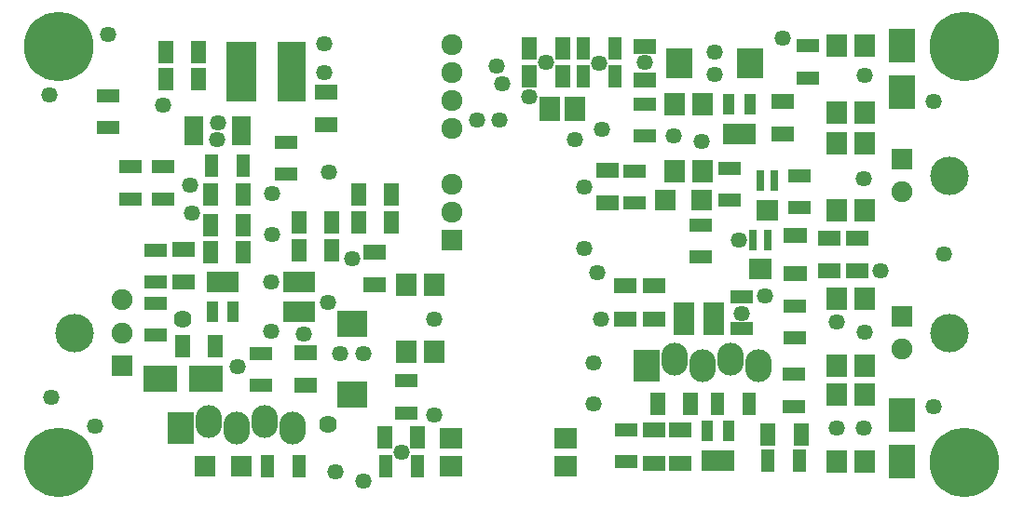
<source format=gts>
G04 #@! TF.GenerationSoftware,KiCad,Pcbnew,(5.0.0)*
G04 #@! TF.CreationDate,2020-04-20T12:53:27-07:00*
G04 #@! TF.ProjectId,PowerShuffler2,506F77657253687566666C6572322E6B,rev?*
G04 #@! TF.SameCoordinates,Original*
G04 #@! TF.FileFunction,Soldermask,Top*
G04 #@! TF.FilePolarity,Negative*
%FSLAX46Y46*%
G04 Gerber Fmt 4.6, Leading zero omitted, Abs format (unit mm)*
G04 Created by KiCad (PCBNEW (5.0.0)) date 04/20/20 12:53:27*
%MOMM*%
%LPD*%
G01*
G04 APERTURE LIST*
%ADD10R,1.400000X2.000000*%
%ADD11R,0.700000X1.400000*%
%ADD12R,2.430000X3.050000*%
%ADD13R,1.300000X2.100000*%
%ADD14R,2.457400X2.787600*%
%ADD15R,1.924000X1.924000*%
%ADD16C,1.924000*%
%ADD17C,3.500000*%
%ADD18C,1.900000*%
%ADD19R,1.900000X1.900000*%
%ADD20R,1.900000X2.000000*%
%ADD21R,2.100000X1.300000*%
%ADD22R,1.900000X0.700000*%
%ADD23R,0.800000X1.900000*%
%ADD24R,2.400000X3.000000*%
%ADD25O,2.400000X3.000000*%
%ADD26R,1.800000X0.680000*%
%ADD27R,2.787600X2.457400*%
%ADD28R,2.000000X1.400000*%
%ADD29R,1.050000X1.960000*%
%ADD30C,6.316000*%
%ADD31R,2.000000X1.900000*%
%ADD32R,2.700000X5.500000*%
%ADD33R,2.600000X5.500000*%
%ADD34R,3.050000X2.430000*%
%ADD35R,1.960000X1.050000*%
%ADD36C,1.466800*%
%ADD37C,1.619200*%
G04 APERTURE END LIST*
D10*
G04 #@! TO.C,C29*
X99885801Y-77444600D03*
X102885801Y-77444600D03*
G04 #@! TD*
G04 #@! TO.C,C30*
X102885801Y-74853800D03*
X99885801Y-74853800D03*
G04 #@! TD*
D11*
G04 #@! TO.C,U11*
X124778200Y-95399800D03*
X124278200Y-95399800D03*
X123778200Y-95399800D03*
X123278200Y-95399800D03*
X123278200Y-91899800D03*
X123778200Y-91899800D03*
X124278200Y-91899800D03*
X124778200Y-91899800D03*
G04 #@! TD*
D10*
G04 #@! TO.C,C22*
X89739600Y-110286800D03*
X86739600Y-110286800D03*
G04 #@! TD*
D12*
G04 #@! TO.C,F3*
X133731000Y-112453000D03*
X133731000Y-108273000D03*
G04 #@! TD*
D13*
G04 #@! TO.C,R11*
X86789600Y-112928400D03*
X89689600Y-112928400D03*
G04 #@! TD*
D14*
G04 #@! TO.C,C28*
X119913400Y-76225400D03*
X113461800Y-76225400D03*
G04 #@! TD*
D10*
G04 #@! TO.C,C26*
X69826000Y-75184000D03*
X66826000Y-75184000D03*
G04 #@! TD*
D15*
G04 #@! TO.C,U4*
X92837000Y-92329000D03*
D16*
X92837000Y-89789000D03*
X92837000Y-87249000D03*
X92837000Y-82169000D03*
X92837000Y-79629000D03*
X92837000Y-77089000D03*
X92837000Y-74549000D03*
G04 #@! TD*
D17*
G04 #@! TO.C,J5*
X138025600Y-100763200D03*
D18*
X133705600Y-102263200D03*
D19*
X133705600Y-99263200D03*
G04 #@! TD*
D20*
G04 #@! TO.C,S3*
X113049568Y-86053890D03*
X115589568Y-86053890D03*
X115589568Y-79957890D03*
X113049568Y-79957890D03*
G04 #@! TD*
G04 #@! TO.C,S4*
X127838200Y-97663000D03*
X130378200Y-97663000D03*
X130378200Y-103759000D03*
X127838200Y-103759000D03*
G04 #@! TD*
G04 #@! TO.C,S5*
X127838200Y-80746600D03*
X130378200Y-80746600D03*
X130378200Y-74650600D03*
X127838200Y-74650600D03*
G04 #@! TD*
G04 #@! TO.C,S7*
X130378200Y-89585800D03*
X127838200Y-89585800D03*
X127838200Y-83489800D03*
X130378200Y-83489800D03*
G04 #@! TD*
G04 #@! TO.C,S6*
X130378200Y-106349800D03*
X127838200Y-106349800D03*
X127838200Y-112445800D03*
X130378200Y-112445800D03*
G04 #@! TD*
D21*
G04 #@! TO.C,R25*
X123952000Y-104544200D03*
X123952000Y-107444200D03*
G04 #@! TD*
G04 #@! TO.C,R24*
X115468400Y-93829800D03*
X115468400Y-90929800D03*
G04 #@! TD*
D22*
G04 #@! TO.C,U6*
X104020000Y-79615600D03*
X104020000Y-80115600D03*
X104020000Y-80615600D03*
X104020000Y-81115600D03*
X101720000Y-81115600D03*
X101720000Y-80615600D03*
X101720000Y-80115600D03*
X101720000Y-79615600D03*
G04 #@! TD*
D23*
G04 #@! TO.C,U9*
X120203200Y-94979800D03*
X120853200Y-94979800D03*
X121503200Y-94979800D03*
X121503200Y-92319800D03*
X120203200Y-92319800D03*
G04 #@! TD*
G04 #@! TO.C,U10*
X120838200Y-86935000D03*
X122138200Y-86935000D03*
X122138200Y-89595000D03*
X121488200Y-89595000D03*
X120838200Y-89595000D03*
G04 #@! TD*
D24*
G04 #@! TO.C,J2*
X68237100Y-109385100D03*
D25*
X70777100Y-108785100D03*
X73317100Y-109385100D03*
X75857100Y-108785100D03*
X78397100Y-109385100D03*
G04 #@! TD*
D24*
G04 #@! TO.C,J4*
X110566200Y-103779600D03*
D25*
X113106200Y-103179600D03*
X115646200Y-103779600D03*
X118186200Y-103179600D03*
X120726200Y-103779600D03*
G04 #@! TD*
D26*
G04 #@! TO.C,U2*
X73679100Y-81363500D03*
X73679100Y-81863500D03*
X73679100Y-82363500D03*
X73679100Y-82863500D03*
X73679100Y-83363500D03*
X69399100Y-83363500D03*
X69399100Y-82863500D03*
X69399100Y-82363500D03*
X69399100Y-81863500D03*
X69399100Y-81363500D03*
G04 #@! TD*
D20*
G04 #@! TO.C,S1*
X88696800Y-96393000D03*
X91236800Y-96393000D03*
X91236800Y-102489000D03*
X88696800Y-102489000D03*
G04 #@! TD*
D19*
G04 #@! TO.C,D3*
X115569000Y-88696800D03*
X112269000Y-88696800D03*
G04 #@! TD*
G04 #@! TO.C,D1*
X73671700Y-112928400D03*
X70371700Y-112928400D03*
G04 #@! TD*
D27*
G04 #@! TO.C,C27*
X83776932Y-106350060D03*
X83776932Y-99898460D03*
G04 #@! TD*
D28*
G04 #@! TO.C,C25*
X81419700Y-81852900D03*
X81419700Y-78852900D03*
G04 #@! TD*
D19*
G04 #@! TO.C,J3*
X133705600Y-84937600D03*
D18*
X133705600Y-87937600D03*
D17*
X138025600Y-86437600D03*
G04 #@! TD*
D19*
G04 #@! TO.C,J1*
X62903100Y-103759000D03*
D18*
X62903100Y-100759000D03*
X62903100Y-97759000D03*
D17*
X58583100Y-100759000D03*
G04 #@! TD*
D29*
G04 #@! TO.C,U1*
X72946300Y-96160600D03*
X71996300Y-96160600D03*
X71046300Y-96160600D03*
X71046300Y-98860600D03*
X72946300Y-98860600D03*
G04 #@! TD*
G04 #@! TO.C,U8*
X116067800Y-109698800D03*
X117967800Y-109698800D03*
X117967800Y-112398800D03*
X117017800Y-112398800D03*
X116067800Y-112398800D03*
G04 #@! TD*
D30*
G04 #@! TO.C,MNT1*
X57150000Y-74676000D03*
G04 #@! TD*
G04 #@! TO.C,MNT2*
X139446000Y-74676000D03*
G04 #@! TD*
G04 #@! TO.C,MNT3*
X57150000Y-112522000D03*
G04 #@! TD*
G04 #@! TO.C,MNT4*
X139446000Y-112522000D03*
G04 #@! TD*
D31*
G04 #@! TO.C,S2*
X92793200Y-112928400D03*
X92793200Y-110388400D03*
X103193200Y-110388400D03*
X103193200Y-112928400D03*
G04 #@! TD*
D32*
G04 #@! TO.C,L1*
X73675900Y-77000100D03*
D33*
X78275900Y-77000100D03*
G04 #@! TD*
D10*
G04 #@! TO.C,C11*
X73902700Y-90919300D03*
X70902700Y-90919300D03*
G04 #@! TD*
G04 #@! TO.C,C24*
X114555400Y-107238800D03*
X111555400Y-107238800D03*
G04 #@! TD*
D28*
G04 #@! TO.C,C23*
X122910600Y-79678400D03*
X122910600Y-82678400D03*
G04 #@! TD*
D10*
G04 #@! TO.C,C21*
X121563000Y-109982000D03*
X124563000Y-109982000D03*
G04 #@! TD*
D28*
G04 #@! TO.C,C18*
X108559600Y-99493200D03*
X108559600Y-96493200D03*
G04 #@! TD*
G04 #@! TO.C,C20*
X106959400Y-88952200D03*
X106959400Y-85952200D03*
G04 #@! TD*
G04 #@! TO.C,C19*
X111175800Y-99493200D03*
X111175800Y-96493200D03*
G04 #@! TD*
G04 #@! TO.C,C17*
X110337600Y-74725400D03*
X110337600Y-77725400D03*
G04 #@! TD*
G04 #@! TO.C,C16*
X113588800Y-109595481D03*
X113588800Y-112595481D03*
G04 #@! TD*
G04 #@! TO.C,C14*
X127101600Y-95149800D03*
X127101600Y-92149800D03*
G04 #@! TD*
G04 #@! TO.C,C13*
X129641600Y-95149800D03*
X129641600Y-92149800D03*
G04 #@! TD*
D10*
G04 #@! TO.C,C10*
X73902700Y-88201500D03*
X70902700Y-88201500D03*
G04 #@! TD*
G04 #@! TO.C,C9*
X78956950Y-93216393D03*
X81956950Y-93216393D03*
G04 #@! TD*
G04 #@! TO.C,C8*
X78956950Y-90701793D03*
X81956950Y-90701793D03*
G04 #@! TD*
D28*
G04 #@! TO.C,C7*
X79514700Y-105525700D03*
X79514700Y-102525700D03*
G04 #@! TD*
D10*
G04 #@! TO.C,C6*
X87344189Y-88187193D03*
X84344189Y-88187193D03*
G04 #@! TD*
G04 #@! TO.C,C5*
X87352000Y-90701793D03*
X84352000Y-90701793D03*
G04 #@! TD*
G04 #@! TO.C,C4*
X68362700Y-101993700D03*
X71362700Y-101993700D03*
G04 #@! TD*
G04 #@! TO.C,C1*
X66826000Y-77698600D03*
X69826000Y-77698600D03*
G04 #@! TD*
D28*
G04 #@! TO.C,C3*
X68440300Y-96140400D03*
X68440300Y-93140400D03*
G04 #@! TD*
G04 #@! TO.C,C15*
X111176419Y-109599600D03*
X111176419Y-112599600D03*
G04 #@! TD*
G04 #@! TO.C,C2*
X85852000Y-96394400D03*
X85852000Y-93394400D03*
G04 #@! TD*
D10*
G04 #@! TO.C,C12*
X73902700Y-93433900D03*
X70902700Y-93433900D03*
G04 #@! TD*
D34*
G04 #@! TO.C,F1*
X70479500Y-104952800D03*
X66299500Y-104952800D03*
G04 #@! TD*
D12*
G04 #@! TO.C,F2*
X133705600Y-78823400D03*
X133705600Y-74643400D03*
G04 #@! TD*
D21*
G04 #@! TO.C,R3*
X65902500Y-100967200D03*
X65902500Y-98067200D03*
G04 #@! TD*
G04 #@! TO.C,R20*
X119202200Y-97457600D03*
X119202200Y-100357600D03*
G04 #@! TD*
G04 #@! TO.C,R21*
X125145800Y-74648400D03*
X125145800Y-77548400D03*
G04 #@! TD*
D13*
G04 #@! TO.C,R22*
X119864800Y-107238800D03*
X116964800Y-107238800D03*
G04 #@! TD*
D21*
G04 #@! TO.C,R13*
X124434600Y-89359400D03*
X124434600Y-86459400D03*
G04 #@! TD*
G04 #@! TO.C,R23*
X123977400Y-98295800D03*
X123977400Y-101195800D03*
G04 #@! TD*
D13*
G04 #@! TO.C,R19*
X121562200Y-112420400D03*
X124462200Y-112420400D03*
G04 #@! TD*
D21*
G04 #@! TO.C,R18*
X118027968Y-85797690D03*
X118027968Y-88697690D03*
G04 #@! TD*
G04 #@! TO.C,R17*
X109474000Y-88953000D03*
X109474000Y-86053000D03*
G04 #@! TD*
D13*
G04 #@! TO.C,R16*
X107647400Y-77444600D03*
X104747400Y-77444600D03*
G04 #@! TD*
G04 #@! TO.C,R15*
X107647400Y-74879200D03*
X104747400Y-74879200D03*
G04 #@! TD*
D21*
G04 #@! TO.C,R14*
X108661200Y-109598800D03*
X108661200Y-112498800D03*
G04 #@! TD*
G04 #@! TO.C,R4*
X65900300Y-96141200D03*
X65900300Y-93241200D03*
G04 #@! TD*
G04 #@! TO.C,R5*
X66573400Y-88559300D03*
X66573400Y-85659300D03*
G04 #@! TD*
G04 #@! TO.C,R6*
X75476100Y-105526500D03*
X75476100Y-102626500D03*
G04 #@! TD*
G04 #@! TO.C,R7*
X88696800Y-105128400D03*
X88696800Y-108028400D03*
G04 #@! TD*
G04 #@! TO.C,R12*
X110382568Y-82855690D03*
X110382568Y-79955690D03*
G04 #@! TD*
D13*
G04 #@! TO.C,R9*
X71003500Y-85509100D03*
X73903500Y-85509100D03*
G04 #@! TD*
D21*
G04 #@! TO.C,R10*
X77736700Y-83386000D03*
X77736700Y-86286000D03*
G04 #@! TD*
G04 #@! TO.C,R1*
X61633100Y-82056900D03*
X61633100Y-79156900D03*
G04 #@! TD*
G04 #@! TO.C,R2*
X63601600Y-88559300D03*
X63601600Y-85659300D03*
G04 #@! TD*
D13*
G04 #@! TO.C,R8*
X76096200Y-112928400D03*
X78996200Y-112928400D03*
G04 #@! TD*
D29*
G04 #@! TO.C,U5*
X118005068Y-82679490D03*
X118955068Y-82679490D03*
X119905068Y-82679490D03*
X119905068Y-79979490D03*
X118005068Y-79979490D03*
G04 #@! TD*
G04 #@! TO.C,U3*
X78008350Y-98858993D03*
X78958350Y-98858993D03*
X79908350Y-98858993D03*
X79908350Y-96158993D03*
X78008350Y-96158993D03*
X78958350Y-96158993D03*
G04 #@! TD*
D35*
G04 #@! TO.C,U7*
X116640600Y-100416400D03*
X116640600Y-99466400D03*
X116640600Y-98516400D03*
X113940600Y-98516400D03*
X113940600Y-100416400D03*
X113940600Y-99466400D03*
G04 #@! TD*
D36*
X69011800Y-87350600D03*
X81280000Y-77038200D03*
X76479400Y-91846400D03*
X81280000Y-74447400D03*
X116713000Y-75209400D03*
X116713000Y-77216000D03*
X130378200Y-77343000D03*
X104902000Y-87503000D03*
X113004600Y-82854800D03*
X119202200Y-99034600D03*
X121285000Y-97358200D03*
X104902000Y-93040200D03*
X105714800Y-107238800D03*
X105714800Y-103505000D03*
X130378200Y-100660200D03*
X127838200Y-109397800D03*
X130276600Y-86741000D03*
X97155000Y-81432400D03*
X97434400Y-78079600D03*
X96875600Y-76479400D03*
X95123000Y-81432400D03*
X101396800Y-76123800D03*
X106197400Y-76200000D03*
X136601200Y-79705200D03*
X136601200Y-107467400D03*
X137515600Y-93624400D03*
X106019600Y-95250000D03*
X130225800Y-109397800D03*
X131826000Y-95148400D03*
X110337600Y-76149200D03*
X99872800Y-79273400D03*
X104013000Y-83134200D03*
X106502200Y-82219800D03*
X106426000Y-99491800D03*
X118897400Y-92329000D03*
X115570000Y-83362800D03*
X84836000Y-114223800D03*
X81559400Y-98018600D03*
X91236800Y-99517200D03*
X76454000Y-96164400D03*
X66586100Y-80048100D03*
D37*
X68364100Y-99517200D03*
D36*
X76530200Y-88087200D03*
D37*
X81572100Y-109093000D03*
D36*
X122910600Y-73914000D03*
X127838200Y-99796600D03*
X71577200Y-81635600D03*
X71475600Y-83134200D03*
X69189600Y-89839800D03*
X56286400Y-79070200D03*
X61569600Y-73583800D03*
X56464200Y-106629200D03*
X60426600Y-109245400D03*
X73380600Y-103860600D03*
X79375000Y-100838000D03*
X82677000Y-102666800D03*
X84785200Y-102666800D03*
X83794600Y-94005400D03*
X91236800Y-108229400D03*
X81686400Y-86131400D03*
X88239600Y-111582200D03*
X76403200Y-100609400D03*
X82219800Y-113436400D03*
M02*

</source>
